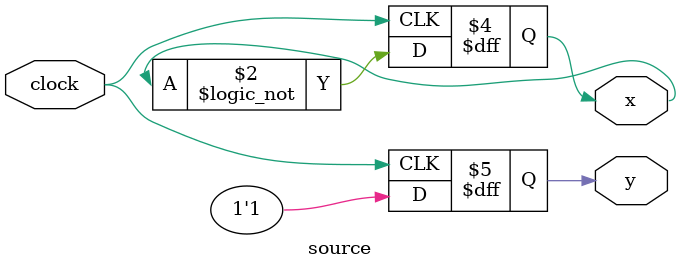
<source format=v>
module source(clock,x,y);
	input clock;
	output reg x,y;
	
	initial
	begin
		x<=0;
		y<=0;
	end
	
	always @ (posedge clock)
	begin	
		x <= !x;
		y <= 1;
	end
endmodule
</source>
